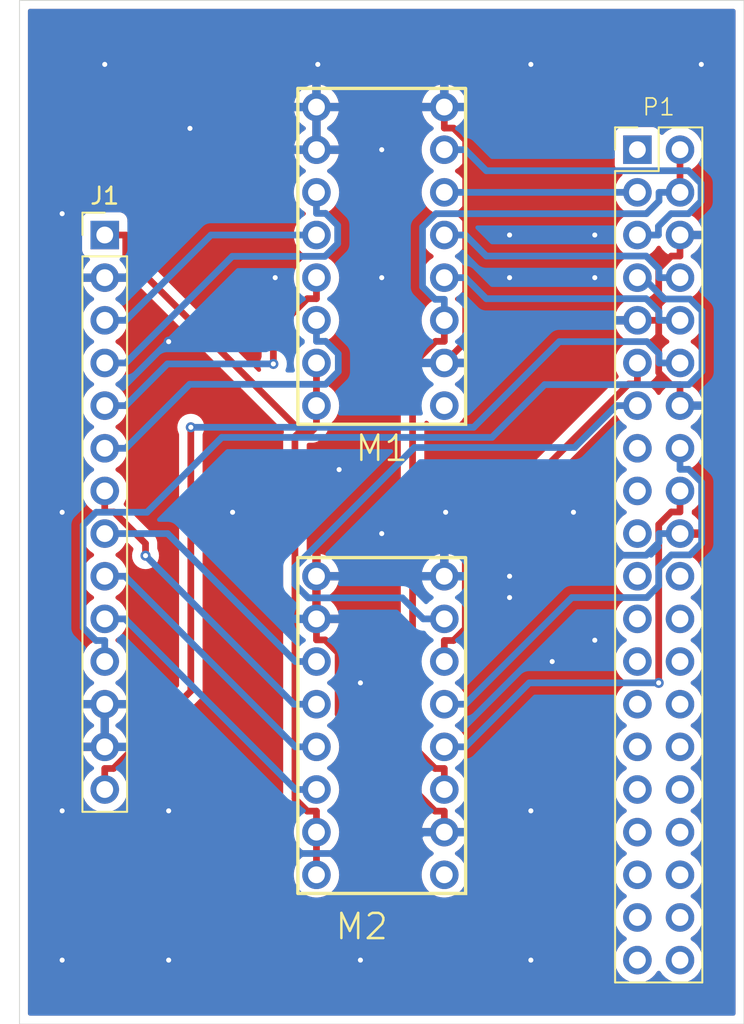
<source format=kicad_pcb>
(kicad_pcb (version 20240108) (generator "pcbnew") (generator_version "8.0")
  (layers (0 "F.Cu" signal) (31 "B.Cu" signal) (34 "B.Paste" user) (35 "F.Paste" user) (36 "B.SilkS" user "B.Silkscreen") (37 "F.SilkS" user "F.Silkscreen") (38 "B.Mask" user) (39 "F.Mask" user) (44 "Edge.Cuts" user))
  (net 0 "")
  (net 1 "MOTOR_SIGNAL1-1")
  (net 2 "FRONT_RIGHT_MOTOR-")
  (net 3 "GND")
  (net 4 "+5V")
  (net 5 "FRONT_LEFT_MOTOR-")
  (net 6 "+6V")
  (net 7 "MOTOR_SIGNAL1-2")
  (net 8 "FRONT_RIGHT_MOTOR+")
  (net 9 "MOTOR_SIGNAL2-2")
  (net 10 "MOTOR_SIGNAL2-1")
  (net 11 "FRONT_LEFT_MOTOR+")
  (net 12 "MOTOR_SIGNAL4-1")
  (net 13 "MOTOR_SIGNAL3-1")
  (net 14 "REAR_RIGHT_MOTOR+")
  (net 15 "REAR_RIGHT_MOTOR-")
  (net 16 "MOTOR_SIGNAL4-2")
  (net 17 "MOTOR_SIGNAL3-2")
  (net 18 "REAR_LEFT_MOTOR-")
  (net 19 "REAR_LEFT_MOTOR+")
  (net 20 "LED_SIGNAL1")
  (net 21 "LED_SIGNAL2")
  (footprint "test_footprint:Raspberry_Pi_4" (layer "F.Cu") (at 170.24 63.56)
    (property "Reference" "P1" (at 2.48 -1.33 0) (layer "F.SilkS") (effects (font (thickness 0.1))))
    (property "Value" "Raspberry_Pi_4_GPIO")
    (fp_line (start -0.12 -0.12) (end 1.21 -0.12) (stroke (width 0.12)) (layer "F.SilkS"))
    (fp_line (start -0.12 1.21) (end -0.12 -0.12) (stroke (width 0.12)) (layer "F.SilkS"))
    (fp_line (start -0.12 2.48) (end -0.12 50.8) (stroke (width 0.12)) (layer "F.SilkS"))
    (fp_line (start -0.12 2.48) (end 2.48 2.48) (stroke (width 0.12)) (layer "F.SilkS"))
    (fp_line (start -0.12 50.8) (end 5.08 50.8) (stroke (width 0.12)) (layer "F.SilkS"))
    (fp_line (start 2.48 -0.12) (end 5.08 -0.12) (stroke (width 0.12)) (layer "F.SilkS"))
    (fp_line (start 2.48 2.48) (end 2.48 -0.12) (stroke (width 0.12)) (layer "F.SilkS"))
    (fp_line (start 5.08 -0.12) (end 5.08 50.8) (stroke (width 0.12)) (layer "F.SilkS"))
    (pad "1" thru_hole rect (at 1.21 1.21) (size 1.7 1.7) (drill 1) (layers "*.Cu" "*.Mask"))
    (pad "2" thru_hole oval (at 3.75 1.21) (size 1.7 1.7) (drill 1) (layers "*.Cu" "*.Mask") (net 4 "+5V"))
    (pad "3" thru_hole oval (at 1.21 3.75) (size 1.7 1.7) (drill 1) (layers "*.Cu" "*.Mask") (net 1 "MOTOR_SIGNAL1-1"))
    (pad "4" thru_hole oval (at 3.75 3.75) (size 1.7 1.7) (drill 1) (layers "*.Cu" "*.Mask") (net 4 "+5V"))
    (pad "5" thru_hole oval (at 1.21 6.29) (size 1.7 1.7) (drill 1) (layers "*.Cu" "*.Mask") (net 7 "MOTOR_SIGNAL1-2"))
    (pad "6" thru_hole oval (at 3.75 6.29) (size 1.7 1.7) (drill 1) (layers "*.Cu" "*.Mask") (net 3 "GND"))
    (pad "7" thru_hole oval (at 1.21 8.83) (size 1.7 1.7) (drill 1) (layers "*.Cu" "*.Mask") (net 20 "LED_SIGNAL1"))
    (pad "8" thru_hole oval (at 3.75 8.83) (size 1.7 1.7) (drill 1) (layers "*.Cu" "*.Mask") (net 10 "MOTOR_SIGNAL2-1"))
    (pad "9" thru_hole oval (at 1.21 11.37) (size 1.7 1.7) (drill 1) (layers "*.Cu" "*.Mask") (net 3 "GND"))
    (pad "10" thru_hole oval (at 3.75 11.37) (size 1.7 1.7) (drill 1) (layers "*.Cu" "*.Mask") (net 9 "MOTOR_SIGNAL2-2"))
    (pad "11" thru_hole oval (at 1.21 13.91) (size 1.7 1.7) (drill 1) (layers "*.Cu" "*.Mask") (net 13 "MOTOR_SIGNAL3-1"))
    (pad "12" thru_hole oval (at 3.75 13.91) (size 1.7 1.7) (drill 1) (layers "*.Cu" "*.Mask") (net 21 "LED_SIGNAL2"))
    (pad "13" thru_hole oval (at 1.21 16.45) (size 1.7 1.7) (drill 1) (layers "*.Cu" "*.Mask") (net 17 "MOTOR_SIGNAL3-2"))
    (pad "14" thru_hole oval (at 3.75 16.45) (size 1.7 1.7) (drill 1) (layers "*.Cu" "*.Mask") (net 3 "GND"))
    (pad "15" thru_hole oval (at 1.21 18.99) (size 1.7 1.7) (drill 1) (layers "*.Cu" "*.Mask"))
    (pad "16" thru_hole oval (at 3.75 18.99) (size 1.7 1.7) (drill 1) (layers "*.Cu" "*.Mask") (net 12 "MOTOR_SIGNAL4-1"))
    (pad "17" thru_hole oval (at 1.21 21.53) (size 1.7 1.7) (drill 1) (layers "*.Cu" "*.Mask"))
    (pad "18" thru_hole oval (at 3.75 21.53) (size 1.7 1.7) (drill 1) (layers "*.Cu" "*.Mask") (net 16 "MOTOR_SIGNAL4-2"))
    (pad "19" thru_hole oval (at 1.21 24.07) (size 1.7 1.7) (drill 1) (layers "*.Cu" "*.Mask"))
    (pad "20" thru_hole oval (at 3.75 24.07) (size 1.7 1.7) (drill 1) (layers "*.Cu" "*.Mask") (net 3 "GND"))
    (pad "21" thru_hole oval (at 1.21 26.61) (size 1.7 1.7) (drill 1) (layers "*.Cu" "*.Mask"))
    (pad "22" thru_hole oval (at 3.75 26.61) (size 1.7 1.7) (drill 1) (layers "*.Cu" "*.Mask"))
    (pad "23" thru_hole oval (at 1.21 29.15) (size 1.7 1.7) (drill 1) (layers "*.Cu" "*.Mask"))
    (pad "24" thru_hole oval (at 3.75 29.15) (size 1.7 1.7) (drill 1) (layers "*.Cu" "*.Mask"))
    (pad "25" thru_hole oval (at 1.21 31.69) (size 1.7 1.7) (drill 1) (layers "*.Cu" "*.Mask"))
    (pad "26" thru_hole oval (at 3.75 31.69) (size 1.7 1.7) (drill 1) (layers "*.Cu" "*.Mask"))
    (pad "27" thru_hole oval (at 1.21 34.23) (size 1.7 1.7) (drill 1) (layers "*.Cu" "*.Mask"))
    (pad "28" thru_hole oval (at 3.75 34.23) (size 1.7 1.7) (drill 1) (layers "*.Cu" "*.Mask"))
    (pad "29" thru_hole oval (at 1.21 36.77) (size 1.7 1.7) (drill 1) (layers "*.Cu" "*.Mask"))
    (pad "30" thru_hole oval (at 3.75 36.77) (size 1.7 1.7) (drill 1) (layers "*.Cu" "*.Mask"))
    (pad "31" thru_hole oval (at 1.21 39.31) (size 1.7 1.7) (drill 1) (layers "*.Cu" "*.Mask"))
    (pad "32" thru_hole oval (at 3.75 39.31) (size 1.7 1.7) (drill 1) (layers "*.Cu" "*.Mask"))
    (pad "33" thru_hole oval (at 1.21 41.85) (size 1.7 1.7) (drill 1) (layers "*.Cu" "*.Mask"))
    (pad "34" thru_hole oval (at 3.75 41.85) (size 1.7 1.7) (drill 1) (layers "*.Cu" "*.Mask"))
    (pad "35" thru_hole oval (at 1.21 44.39) (size 1.7 1.7) (drill 1) (layers "*.Cu" "*.Mask"))
    (pad "36" thru_hole oval (at 3.75 44.39) (size 1.7 1.7) (drill 1) (layers "*.Cu" "*.Mask"))
    (pad "37" thru_hole oval (at 1.21 46.93) (size 1.7 1.7) (drill 1) (layers "*.Cu" "*.Mask"))
    (pad "38" thru_hole oval (at 3.75 46.93) (size 1.7 1.7) (drill 1) (layers "*.Cu" "*.Mask"))
    (pad "39" thru_hole oval (at 1.21 49.47) (size 1.7 1.7) (drill 1) (layers "*.Cu" "*.Mask"))
    (pad "40" thru_hole oval (at 3.75 49.47) (size 1.7 1.7) (drill 1) (layers "*.Cu" "*.Mask"))
  )
  (footprint "test_footprint:TC78H653FTG" (layer "F.Cu") (at 159.94 107.95 180)
    (property "Reference" "M2" (at 4.92 -3.08 0) (layer "F.SilkS") (effects (font (size 1.5 1.5))))
    (property "Value" "TC78H653FTG")
    (fp_rect (start -1.27 -1.11) (end 8.73 18.89) (stroke (width 0.2)) (fill none) (layer "F.SilkS"))
    (pad "1" thru_hole oval (at 0 0 180) (size 1.7 1.7) (drill 1) (layers "*.Cu" "*.Mask"))
    (pad "2" thru_hole oval (at 0 2.54 180) (size 1.7 1.7) (drill 1) (layers "*.Cu" "*.Mask") (net 3 "GND"))
    (pad "3" thru_hole oval (at 0 5.08 180) (size 1.7 1.7) (drill 1) (layers "*.Cu" "*.Mask") (net 4 "+5V"))
    (pad "4" thru_hole oval (at 0 7.62 180) (size 1.7 1.7) (drill 1) (layers "*.Cu" "*.Mask") (net 16 "MOTOR_SIGNAL4-2"))
    (pad "5" thru_hole oval (at 0 10.16 180) (size 1.7 1.7) (drill 1) (layers "*.Cu" "*.Mask") (net 12 "MOTOR_SIGNAL4-1"))
    (pad "6" thru_hole oval (at 0 12.7 180) (size 1.7 1.7) (drill 1) (layers "*.Cu" "*.Mask") (net 13 "MOTOR_SIGNAL3-1"))
    (pad "7" thru_hole oval (at 0 15.24 180) (size 1.7 1.7) (drill 1) (layers "*.Cu" "*.Mask") (net 17 "MOTOR_SIGNAL3-2"))
    (pad "8" thru_hole oval (at 0 17.78 180) (size 1.7 1.7) (drill 1) (layers "*.Cu" "*.Mask") (net 3 "GND"))
    (pad "9" thru_hole oval (at 7.62 17.78 180) (size 1.7 1.7) (drill 1) (layers "*.Cu" "*.Mask") (net 3 "GND"))
    (pad "10" thru_hole oval (at 7.62 15.24 180) (size 1.7 1.7) (drill 1) (layers "*.Cu" "*.Mask") (net 3 "GND"))
    (pad "11" thru_hole oval (at 7.62 12.7 180) (size 1.7 1.7) (drill 1) (layers "*.Cu" "*.Mask") (net 18 "REAR_LEFT_MOTOR-"))
    (pad "12" thru_hole oval (at 7.62 10.16 180) (size 1.7 1.7) (drill 1) (layers "*.Cu" "*.Mask") (net 19 "REAR_LEFT_MOTOR+"))
    (pad "13" thru_hole oval (at 7.62 7.62 180) (size 1.7 1.7) (drill 1) (layers "*.Cu" "*.Mask") (net 14 "REAR_RIGHT_MOTOR+"))
    (pad "14" thru_hole oval (at 7.62 5.08 180) (size 1.7 1.7) (drill 1) (layers "*.Cu" "*.Mask") (net 15 "REAR_RIGHT_MOTOR-"))
    (pad "15" thru_hole oval (at 7.62 2.54 180) (size 1.7 1.7) (drill 1) (layers "*.Cu" "*.Mask") (net 6 "+6V"))
    (pad "16" thru_hole oval (at 7.62 0 180) (size 1.7 1.7) (drill 1) (layers "*.Cu" "*.Mask") (net 6 "+6V"))
  )
  (footprint "test_footprint:TC78H653FTG" (layer "F.Cu") (at 159.94 80.01 180)
    (property "Reference" "M1" (at 3.73 -2.54 0) (layer "F.SilkS") (effects (font (size 1.5 1.5))))
    (property "Value" "TC78H653FTG")
    (fp_rect (start -1.27 -1.11) (end 8.73 18.89) (stroke (width 0.2)) (fill none) (layer "F.SilkS"))
    (pad "1" thru_hole oval (at 0 0 180) (size 1.7 1.7) (drill 1) (layers "*.Cu" "*.Mask"))
    (pad "2" thru_hole oval (at 0 2.54 180) (size 1.7 1.7) (drill 1) (layers "*.Cu" "*.Mask") (net 3 "GND"))
    (pad "3" thru_hole oval (at 0 5.08 180) (size 1.7 1.7) (drill 1) (layers "*.Cu" "*.Mask") (net 4 "+5V"))
    (pad "4" thru_hole oval (at 0 7.62 180) (size 1.7 1.7) (drill 1) (layers "*.Cu" "*.Mask") (net 9 "MOTOR_SIGNAL2-2"))
    (pad "5" thru_hole oval (at 0 10.16 180) (size 1.7 1.7) (drill 1) (layers "*.Cu" "*.Mask") (net 10 "MOTOR_SIGNAL2-1"))
    (pad "6" thru_hole oval (at 0 12.7 180) (size 1.7 1.7) (drill 1) (layers "*.Cu" "*.Mask") (net 1 "MOTOR_SIGNAL1-1"))
    (pad "7" thru_hole oval (at 0 15.24 180) (size 1.7 1.7) (drill 1) (layers "*.Cu" "*.Mask") (net 7 "MOTOR_SIGNAL1-2"))
    (pad "8" thru_hole oval (at 0 17.78 180) (size 1.7 1.7) (drill 1) (layers "*.Cu" "*.Mask") (net 3 "GND"))
    (pad "9" thru_hole oval (at 7.62 17.78 180) (size 1.7 1.7) (drill 1) (layers "*.Cu" "*.Mask") (net 3 "GND"))
    (pad "10" thru_hole oval (at 7.62 15.24 180) (size 1.7 1.7) (drill 1) (layers "*.Cu" "*.Mask") (net 3 "GND"))
    (pad "11" thru_hole oval (at 7.62 12.7 180) (size 1.7 1.7) (drill 1) (layers "*.Cu" "*.Mask") (net 5 "FRONT_LEFT_MOTOR-"))
    (pad "12" thru_hole oval (at 7.62 10.16 180) (size 1.7 1.7) (drill 1) (layers "*.Cu" "*.Mask") (net 11 "FRONT_LEFT_MOTOR+"))
    (pad "13" thru_hole oval (at 7.62 7.62 180) (size 1.7 1.7) (drill 1) (layers "*.Cu" "*.Mask") (net 8 "FRONT_RIGHT_MOTOR+"))
    (pad "14" thru_hole oval (at 7.62 5.08 180) (size 1.7 1.7) (drill 1) (layers "*.Cu" "*.Mask") (net 2 "FRONT_RIGHT_MOTOR-"))
    (pad "15" thru_hole oval (at 7.62 2.54 180) (size 1.7 1.7) (drill 1) (layers "*.Cu" "*.Mask") (net 6 "+6V"))
    (pad "16" thru_hole oval (at 7.62 0 180) (size 1.7 1.7) (drill 1) (layers "*.Cu" "*.Mask") (net 6 "+6V"))
  )
  (footprint "Connector_PinHeader_2.54mm:PinHeader_1x14_P2.54mm_Vertical" (layer "F.Cu") (at 139.7 69.85)
    (property "Reference" "J1" (at 0 -2.33 0) (layer "F.SilkS"))
    (property "Value" "Conn_01x14_Pin")
    (fp_line (start -1.33 -1.33) (end 0 -1.33) (stroke (width 0.12)) (layer "F.SilkS"))
    (fp_line (start -1.33 0) (end -1.33 -1.33) (stroke (width 0.12)) (layer "F.SilkS"))
    (fp_line (start -1.33 1.27) (end -1.33 34.35) (stroke (width 0.12)) (layer "F.SilkS"))
    (fp_line (start -1.33 1.27) (end 1.33 1.27) (stroke (width 0.12)) (layer "F.SilkS"))
    (fp_line (start -1.33 34.35) (end 1.33 34.35) (stroke (width 0.12)) (layer "F.SilkS"))
    (fp_line (start 1.33 1.27) (end 1.33 34.35) (stroke (width 0.12)) (layer "F.SilkS"))
    (pad "1" thru_hole rect (at 0 0) (size 1.7 1.7) (drill 1) (layers "*.Cu" "*.Mask") (net 6 "+6V"))
    (pad "2" thru_hole oval (at 0 2.54) (size 1.7 1.7) (drill 1) (layers "*.Cu" "*.Mask") (net 3 "GND"))
    (pad "3" thru_hole oval (at 0 5.08) (size 1.7 1.7) (drill 1) (layers "*.Cu" "*.Mask") (net 11 "FRONT_LEFT_MOTOR+"))
    (pad "4" thru_hole oval (at 0 7.62) (size 1.7 1.7) (drill 1) (layers "*.Cu" "*.Mask") (net 5 "FRONT_LEFT_MOTOR-"))
    (pad "5" thru_hole oval (at 0 10.16) (size 1.7 1.7) (drill 1) (layers "*.Cu" "*.Mask") (net 8 "FRONT_RIGHT_MOTOR+"))
    (pad "6" thru_hole oval (at 0 12.7) (size 1.7 1.7) (drill 1) (layers "*.Cu" "*.Mask") (net 2 "FRONT_RIGHT_MOTOR-"))
    (pad "7" thru_hole oval (at 0 15.24) (size 1.7 1.7) (drill 1) (layers "*.Cu" "*.Mask") (net 19 "REAR_LEFT_MOTOR+"))
    (pad "8" thru_hole oval (at 0 17.78) (size 1.7 1.7) (drill 1) (layers "*.Cu" "*.Mask") (net 18 "REAR_LEFT_MOTOR-"))
    (pad "9" thru_hole oval (at 0 20.32) (size 1.7 1.7) (drill 1) (layers "*.Cu" "*.Mask") (net 14 "REAR_RIGHT_MOTOR+"))
    (pad "10" thru_hole oval (at 0 22.86) (size 1.7 1.7) (drill 1) (layers "*.Cu" "*.Mask") (net 15 "REAR_RIGHT_MOTOR-"))
    (pad "11" thru_hole oval (at 0 25.4) (size 1.7 1.7) (drill 1) (layers "*.Cu" "*.Mask") (net 20 "LED_SIGNAL1"))
    (pad "12" thru_hole oval (at 0 27.94) (size 1.7 1.7) (drill 1) (layers "*.Cu" "*.Mask") (net 3 "GND"))
    (pad "13" thru_hole oval (at 0 30.48) (size 1.7 1.7) (drill 1) (layers "*.Cu" "*.Mask") (net 3 "GND"))
    (pad "14" thru_hole oval (at 0 33.02) (size 1.7 1.7) (drill 1) (layers "*.Cu" "*.Mask") (net 21 "LED_SIGNAL2"))
  )
  (gr_rect (start 134.62 55.88) (end 177.8 116.84) (stroke (width 0.05)) (fill none) (layer "Edge.Cuts"))
  (segment (start 159.94 67.31) (end 171.45 67.31) (width 0.4) (layer "B.Cu") (net 1))
  (segment (start 139.7 82.55) (end 140.9517 82.55) (width 0.4) (layer "B.Cu") (net 2))
  (segment (start 153.6197 77.9832) (end 152.863 78.7399) (width 0.4) (layer "B.Cu") (net 2))
  (segment (start 152.8676 76.1817) (end 153.6197 76.9338) (width 0.4) (layer "B.Cu") (net 2))
  (segment (start 144.7618 78.7399) (end 140.9517 82.55) (width 0.4) (layer "B.Cu") (net 2))
  (segment (start 152.32 74.93) (end 152.32 76.1817) (width 0.4) (layer "B.Cu") (net 2))
  (segment (start 152.32 76.1817) (end 152.8676 76.1817) (width 0.4) (layer "B.Cu") (net 2))
  (segment (start 153.6197 76.9338) (end 153.6197 77.9832) (width 0.4) (layer "B.Cu") (net 2))
  (segment (start 152.863 78.7399) (end 144.7618 78.7399) (width 0.4) (layer "B.Cu") (net 2))
  (segment (start 139.7 100.33) (end 139.7 97.79) (width 0.4) (layer "F.Cu") (net 3))
  (segment (start 159.94 104.1583) (end 159.3924 104.1583) (width 0.4) (layer "F.Cu") (net 3))
  (segment (start 172.72 76.1817) (end 172.72 74.93) (width 0.4) (layer "F.Cu") (net 3))
  (segment (start 152.32 92.71) (end 152.32 93.9617) (width 0.4) (layer "F.Cu") (net 3))
  (segment (start 172.72 71.853) (end 173.4713 71.1017) (width 0.4) (layer "F.Cu") (net 3))
  (segment (start 159.3924 104.1583) (end 153.6098 98.3757) (width 0.4) (layer "F.Cu") (net 3))
  (segment (start 173.99 78.7583) (end 173.4423 78.7583) (width 0.4) (layer "F.Cu") (net 3))
  (segment (start 153.6098 98.3757) (end 153.6098 94.7328) (width 0.4) (layer "F.Cu") (net 3))
  (segment (start 160.4876 63.4817) (end 161.2139 64.208) (width 0.4) (layer "F.Cu") (net 3))
  (segment (start 173.99 80.01) (end 173.99 78.7583) (width 0.4) (layer "F.Cu") (net 3))
  (segment (start 159.94 62.23) (end 159.94 63.4817) (width 0.4) (layer "F.Cu") (net 3))
  (segment (start 172.72 74.93) (end 171.45 74.93) (width 0.4) (layer "F.Cu") (net 3))
  (segment (start 172.72 78.036) (end 172.72 76.1817) (width 0.4) (layer "F.Cu") (net 3))
  (segment (start 152.8387 93.9617) (end 152.32 93.9617) (width 0.4) (layer "F.Cu") (net 3))
  (segment (start 159.94 105.41) (end 159.94 104.1583) (width 0.4) (layer "F.Cu") (net 3))
  (segment (start 152.32 64.77) (end 152.32 62.23) (width 0.4) (layer "F.Cu") (net 3))
  (segment (start 172.72 74.93) (end 172.72 71.853) (width 0.4) (layer "F.Cu") (net 3))
  (segment (start 161.2139 64.208) (end 161.2139 76.1961) (width 0.4) (layer "F.Cu") (net 3))
  (segment (start 173.99 69.85) (end 173.99 71.1017) (width 0.4) (layer "F.Cu") (net 3))
  (segment (start 159.94 63.4817) (end 160.4876 63.4817) (width 0.4) (layer "F.Cu") (net 3))
  (segment (start 173.4423 78.7583) (end 172.72 78.036) (width 0.4) (layer "F.Cu") (net 3))
  (segment (start 153.6098 94.7328) (end 152.8387 93.9617) (width 0.4) (layer "F.Cu") (net 3))
  (segment (start 161.2139 76.1961) (end 159.94 77.47) (width 0.4) (layer "F.Cu") (net 3))
  (segment (start 152.32 92.71) (end 152.32 90.17) (width 0.4) (layer "F.Cu") (net 3))
  (segment (start 173.4713 71.1017) (end 173.99 71.1017) (width 0.4) (layer "F.Cu") (net 3))
  (via (at 139.7 59.69) (size 0.6) (drill 0.3) (layers "F.Cu" "B.Cu") (net 3))
  (via (at 167.64 86.36) (size 0.6) (drill 0.3) (layers "F.Cu" "B.Cu") (net 3))
  (via (at 143.51 104.14) (size 0.6) (drill 0.3) (layers "F.Cu" "B.Cu") (net 3))
  (via (at 175.26 59.69) (size 0.6) (drill 0.3) (layers "F.Cu" "B.Cu") (net 3))
  (via (at 168.91 72.39) (size 0.6) (drill 0.3) (layers "F.Cu" "B.Cu") (net 3))
  (via (at 163.83 90.17) (size 0.6) (drill 0.3) (layers "F.Cu" "B.Cu") (net 3))
  (via (at 168.91 69.85) (size 0.6) (drill 0.3) (layers "F.Cu" "B.Cu") (net 3))
  (via (at 137.16 113.03) (size 0.6) (drill 0.3) (layers "F.Cu" "B.Cu") (net 3))
  (via (at 154.94 96.52) (size 0.6) (drill 0.3) (layers "F.Cu" "B.Cu") (net 3))
  (via (at 165.1 59.69) (size 0.6) (drill 0.3) (layers "F.Cu" "B.Cu") (net 3))
  (via (at 147.32 86.36) (size 0.6) (drill 0.3) (layers "F.Cu" "B.Cu") (net 3))
  (via (at 149.86 72.39) (size 0.6) (drill 0.3) (layers "F.Cu" "B.Cu") (net 3))
  (via (at 154.94 113.03) (size 0.6) (drill 0.3) (layers "F.Cu" "B.Cu") (net 3))
  (via (at 156.21 64.77) (size 0.6) (drill 0.3) (layers "F.Cu" "B.Cu") (net 3))
  (via (at 137.16 86.36) (size 0.6) (drill 0.3) (layers "F.Cu" "B.Cu") (net 3))
  (via (at 163.83 91.44) (size 0.6) (drill 0.3) (layers "F.Cu" "B.Cu") (net 3))
  (via (at 168.91 93.98) (size 0.6) (drill 0.3) (layers "F.Cu" "B.Cu") (net 3))
  (via (at 165.1 113.03) (size 0.6) (drill 0.3) (layers "F.Cu" "B.Cu") (net 3))
  (via (at 163.83 72.39) (size 0.6) (drill 0.3) (layers "F.Cu" "B.Cu") (net 3))
  (via (at 163.83 69.85) (size 0.6) (drill 0.3) (layers "F.Cu" "B.Cu") (net 3))
  (via (at 137.16 104.14) (size 0.6) (drill 0.3) (layers "F.Cu" "B.Cu") (net 3))
  (via (at 165.1 104.14) (size 0.6) (drill 0.3) (layers "F.Cu" "B.Cu") (net 3))
  (via (at 153.67 83.82) (size 0.6) (drill 0.3) (layers "F.Cu" "B.Cu") (net 3))
  (via (at 143.51 76.2) (size 0.6) (drill 0.3) (layers "F.Cu" "B.Cu") (net 3))
  (via (at 160.02 86.36) (size 0.6) (drill 0.3) (layers "F.Cu" "B.Cu") (net 3))
  (via (at 137.16 68.58) (size 0.6) (drill 0.3) (layers "F.Cu" "B.Cu") (net 3))
  (via (at 156.21 87.63) (size 0.6) (drill 0.3) (layers "F.Cu" "B.Cu") (net 3))
  (via (at 156.21 72.39) (size 0.6) (drill 0.3) (layers "F.Cu" "B.Cu") (net 3))
  (via (at 143.51 113.03) (size 0.6) (drill 0.3) (layers "F.Cu" "B.Cu") (net 3))
  (via (at 144.78 63.5) (size 0.6) (drill 0.3) (layers "F.Cu" "B.Cu") (net 3))
  (via (at 152.4 59.69) (size 0.6) (drill 0.3) (layers "F.Cu" "B.Cu") (net 3))
  (via (at 166.37 95.25) (size 0.6) (drill 0.3) (layers "F.Cu" "B.Cu") (net 3))
  (segment (start 163.7317 74.93) (end 171.45 74.93) (width 0.4) (layer "B.Cu") (net 3))
  (segment (start 159.94 90.17) (end 161.1917 90.17) (width 0.4) (layer "B.Cu") (net 3))
  (segment (start 147.3017 106.68) (end 140.9517 100.33) (width 0.4) (layer "B.Cu") (net 3))
  (segment (start 159.94 105.41) (end 158.6883 105.41) (width 0.4) (layer "B.Cu") (net 3))
  (segment (start 173.99 87.63) (end 172.7383 87.63) (width 0.4) (layer "B.Cu") (net 3))
  (segment (start 148.5717 64.77) (end 140.9517 72.39) (width 0.4) (layer "B.Cu") (net 3))
  (segment (start 161.1917 90.17) (end 162.4434 88.9183) (width 0.4) (layer "B.Cu") (net 3))
  (segment (start 139.7 100.33) (end 140.9517 100.33) (width 0.4) (layer "B.Cu") (net 3))
  (segment (start 171.9687 88.9183) (end 172.7383 88.1487) (width 0.4) (layer "B.Cu") (net 3))
  (segment (start 172.7383 88.1487) (end 172.7383 87.63) (width 0.4) (layer "B.Cu") (net 3))
  (segment (start 139.7 72.39) (end 140.9517 72.39) (width 0.4) (layer "B.Cu") (net 3))
  (segment (start 159.94 77.47) (end 161.1917 77.47) (width 0.4) (layer "B.Cu") (net 3))
  (segment (start 161.1917 77.47) (end 163.7317 74.93) (width 0.4) (layer "B.Cu") (net 3))
  (segment (start 152.32 64.77) (end 148.5717 64.77) (width 0.4) (layer "B.Cu") (net 3))
  (segment (start 162.4434 88.9183) (end 171.9687 88.9183) (width 0.4) (layer "B.Cu") (net 3))
  (segment (start 152.32 62.23) (end 159.94 62.23) (width 0.4) (layer "B.Cu") (net 3))
  (segment (start 152.32 90.17) (end 159.94 90.17) (width 0.4) (layer "B.Cu") (net 3))
  (segment (start 158.6883 105.41) (end 157.4183 106.68) (width 0.4) (layer "B.Cu") (net 3))
  (segment (start 157.4183 106.68) (end 147.3017 106.68) (width 0.4) (layer "B.Cu") (net 3))
  (segment (start 173.99 67.31) (end 173.99 64.77) (width 0.4) (layer "F.Cu") (net 4))
  (segment (start 159.3924 101.6183) (end 159.94 101.6183) (width 0.4) (layer "F.Cu") (net 4))
  (segment (start 158.0485 77.5545) (end 158.0485 100.2744) (width 0.4) (layer "F.Cu") (net 4))
  (segment (start 159.94 76.1817) (end 159.4213 76.1817) (width 0.4) (layer "F.Cu") (net 4))
  (segment (start 159.4213 76.1817) (end 158.0485 77.5545) (width 0.4) (layer "F.Cu") (net 4))
  (segment (start 158.0485 100.2744) (end 159.3924 101.6183) (width 0.4) (layer "F.Cu") (net 4))
  (segment (start 159.94 74.93) (end 159.94 76.1817) (width 0.4) (layer "F.Cu") (net 4))
  (segment (start 159.94 102.87) (end 159.94 101.6183) (width 0.4) (layer "F.Cu") (net 4))
  (segment (start 172.7383 67.31) (end 172.7383 67.8287) (width 0.4) (layer "B.Cu") (net 4))
  (segment (start 173.99 67.31) (end 172.7383 67.31) (width 0.4) (layer "B.Cu") (net 4))
  (segment (start 172.7383 67.8287) (end 171.987 68.58) (width 0.4) (layer "B.Cu") (net 4))
  (segment (start 158.6418 69.3758) (end 158.6418 72.9277) (width 0.4) (layer "B.Cu") (net 4))
  (segment (start 159.94 74.93) (end 159.94 73.6783) (width 0.4) (layer "B.Cu") (net 4))
  (segment (start 159.4376 68.58) (end 158.6418 69.3758) (width 0.4) (layer "B.Cu") (net 4))
  (segment (start 171.987 68.58) (end 159.4376 68.58) (width 0.4) (layer "B.Cu") (net 4))
  (segment (start 158.6418 72.9277) (end 159.3924 73.6783) (width 0.4) (layer "B.Cu") (net 4))
  (segment (start 159.3924 73.6783) (end 159.94 73.6783) (width 0.4) (layer "B.Cu") (net 4))
  (segment (start 139.7 77.47) (end 140.9517 77.47) (width 0.4) (layer "B.Cu") (net 5))
  (segment (start 152.8288 71.12) (end 147.3017 71.12) (width 0.4) (layer "B.Cu") (net 5))
  (segment (start 152.32 67.31) (end 152.32 68.5617) (width 0.4) (layer "B.Cu") (net 5))
  (segment (start 153.5833 70.3655) (end 152.8288 71.12) (width 0.4) (layer "B.Cu") (net 5))
  (segment (start 152.8676 68.5617) (end 153.5833 69.2774) (width 0.4) (layer "B.Cu") (net 5))
  (segment (start 147.3017 71.12) (end 140.9517 77.47) (width 0.4) (layer "B.Cu") (net 5))
  (segment (start 153.5833 69.2774) (end 153.5833 70.3655) (width 0.4) (layer "B.Cu") (net 5))
  (segment (start 152.32 68.5617) (end 152.8676 68.5617) (width 0.4) (layer "B.Cu") (net 5))
  (segment (start 151.37 81.52) (end 152.0617 81.52) (width 0.4) (layer "F.Cu") (net 6))
  (segment (start 139.7 69.85) (end 140.9517 69.85) (width 0.4) (layer "F.Cu") (net 6))
  (segment (start 151.0367 103.4226) (end 151.7724 104.1583) (width 0.4) (layer "F.Cu") (net 6))
  (segment (start 152.32 80.01) (end 152.32 81.2617) (width 0.4) (layer "F.Cu") (net 6))
  (segment (start 151.7724 104.1583) (end 152.32 104.1583) (width 0.4) (layer "F.Cu") (net 6))
  (segment (start 151.37 81.52) (end 151.0367 81.8533) (width 0.4) (layer "F.Cu") (net 6))
  (segment (start 140.9517 69.85) (end 140.9517 71.1017) (width 0.4) (layer "F.Cu") (net 6))
  (segment (start 152.0617 81.52) (end 152.32 81.2617) (width 0.4) (layer "F.Cu") (net 6))
  (segment (start 152.32 107.95) (end 152.32 105.41) (width 0.4) (layer "F.Cu") (net 6))
  (segment (start 152.32 80.01) (end 152.32 77.47) (width 0.4) (layer "F.Cu") (net 6))
  (segment (start 152.32 105.41) (end 152.32 104.1583) (width 0.4) (layer "F.Cu") (net 6))
  (segment (start 151.0367 81.8533) (end 151.0367 103.4226) (width 0.4) (layer "F.Cu") (net 6))
  (segment (start 140.9517 71.1017) (end 151.37 81.52) (width 0.4) (layer "F.Cu") (net 6))
  (segment (start 161.1917 64.77) (end 162.4434 66.0217) (width 0.4) (layer "B.Cu") (net 7))
  (segment (start 162.4434 66.0217) (end 174.4896 66.0217) (width 0.4) (layer "B.Cu") (net 7))
  (segment (start 159.94 64.77) (end 161.1917 64.77) (width 0.4) (layer "B.Cu") (net 7))
  (segment (start 174.4896 66.0217) (end 175.2439 66.776) (width 0.4) (layer "B.Cu") (net 7))
  (segment (start 173.453 68.58) (end 172.7017 69.3313) (width 0.4) (layer "B.Cu") (net 7))
  (segment (start 172.7017 69.3313) (end 172.7017 69.85) (width 0.4) (layer "B.Cu") (net 7))
  (segment (start 171.45 69.85) (end 172.7017 69.85) (width 0.4) (layer "B.Cu") (net 7))
  (segment (start 175.2439 67.8375) (end 174.5014 68.58) (width 0.4) (layer "B.Cu") (net 7))
  (segment (start 175.2439 66.776) (end 175.2439 67.8375) (width 0.4) (layer "B.Cu") (net 7))
  (segment (start 174.5014 68.58) (end 173.453 68.58) (width 0.4) (layer "B.Cu") (net 7))
  (segment (start 151.7724 73.6417) (end 149.7509 75.6632) (width 0.4) (layer "F.Cu") (net 8))
  (segment (start 152.32 72.39) (end 152.32 73.6417) (width 0.4) (layer "F.Cu") (net 8))
  (segment (start 152.32 73.6417) (end 151.7724 73.6417) (width 0.4) (layer "F.Cu") (net 8))
  (segment (start 149.7509 75.6632) (end 149.7509 77.5264) (width 0.4) (layer "F.Cu") (net 8))
  (via (at 149.7509 77.5264) (size 0.6) (drill 0.3) (layers "F.Cu" "B.Cu") (net 8))
  (segment (start 143.4353 77.5264) (end 140.9517 80.01) (width 0.4) (layer "B.Cu") (net 8))
  (segment (start 149.7509 77.5264) (end 143.4353 77.5264) (width 0.4) (layer "B.Cu") (net 8))
  (segment (start 139.7 80.01) (end 140.9517 80.01) (width 0.4) (layer "B.Cu") (net 8))
  (segment (start 171.9687 73.6417) (end 172.7383 74.4113) (width 0.4) (layer "B.Cu") (net 9))
  (segment (start 162.4434 73.6417) (end 171.9687 73.6417) (width 0.4) (layer "B.Cu") (net 9))
  (segment (start 159.94 72.39) (end 161.1917 72.39) (width 0.4) (layer "B.Cu") (net 9))
  (segment (start 172.7383 74.4113) (end 172.7383 74.93) (width 0.4) (layer "B.Cu") (net 9))
  (segment (start 173.99 74.93) (end 172.7383 74.93) (width 0.4) (layer "B.Cu") (net 9))
  (segment (start 161.1917 72.39) (end 162.4434 73.6417) (width 0.4) (layer "B.Cu") (net 9))
  (segment (start 172.7383 71.8713) (end 172.7383 72.39) (width 0.4) (layer "B.Cu") (net 10))
  (segment (start 159.94 69.85) (end 161.1917 69.85) (width 0.4) (layer "B.Cu") (net 10))
  (segment (start 161.1917 69.85) (end 162.4434 71.1017) (width 0.4) (layer "B.Cu") (net 10))
  (segment (start 162.4434 71.1017) (end 171.9687 71.1017) (width 0.4) (layer "B.Cu") (net 10))
  (segment (start 171.9687 71.1017) (end 172.7383 71.8713) (width 0.4) (layer "B.Cu") (net 10))
  (segment (start 173.99 72.39) (end 172.7383 72.39) (width 0.4) (layer "B.Cu") (net 10))
  (segment (start 146.0317 69.85) (end 140.9517 74.93) (width 0.4) (layer "B.Cu") (net 11))
  (segment (start 139.7 74.93) (end 140.9517 74.93) (width 0.4) (layer "B.Cu") (net 11))
  (segment (start 152.32 69.85) (end 146.0317 69.85) (width 0.4) (layer "B.Cu") (net 11))
  (segment (start 159.94 97.79) (end 161.1917 97.79) (width 0.4) (layer "B.Cu") (net 12))
  (segment (start 172.0124 91.44) (end 172.7192 90.7332) (width 0.4) (layer "B.Cu") (net 12))
  (segment (start 173.99 82.55) (end 173.99 83.8017) (width 0.4) (layer "B.Cu") (net 12))
  (segment (start 175.2798 88.2028) (end 175.2798 84.5728) (width 0.4) (layer "B.Cu") (net 12))
  (segment (start 167.5417 91.44) (end 172.0124 91.44) (width 0.4) (layer "B.Cu") (net 12))
  (segment (start 172.7192 90.7332) (end 172.7192 89.6587) (width 0.4) (layer "B.Cu") (net 12))
  (segment (start 175.2798 84.5728) (end 174.5087 83.8017) (width 0.4) (layer "B.Cu") (net 12))
  (segment (start 174.5087 83.8017) (end 173.99 83.8017) (width 0.4) (layer "B.Cu") (net 12))
  (segment (start 173.4779 88.9) (end 174.5826 88.9) (width 0.4) (layer "B.Cu") (net 12))
  (segment (start 161.1917 97.79) (end 167.5417 91.44) (width 0.4) (layer "B.Cu") (net 12))
  (segment (start 172.7192 89.6587) (end 173.4779 88.9) (width 0.4) (layer "B.Cu") (net 12))
  (segment (start 174.5826 88.9) (end 175.2798 88.2028) (width 0.4) (layer "B.Cu") (net 12))
  (segment (start 171.45 77.47) (end 171.45 78.7217) (width 0.4) (layer "F.Cu") (net 13))
  (segment (start 160.4877 93.9983) (end 161.1917 93.2943) (width 0.4) (layer "F.Cu") (net 13))
  (segment (start 159.94 93.9983) (end 160.4877 93.9983) (width 0.4) (layer "F.Cu") (net 13))
  (segment (start 159.94 95.25) (end 159.94 93.9983) (width 0.4) (layer "F.Cu") (net 13))
  (segment (start 161.1917 93.2943) (end 161.1917 88.4613) (width 0.4) (layer "F.Cu") (net 13))
  (segment (start 170.9313 78.7217) (end 171.45 78.7217) (width 0.4) (layer "F.Cu") (net 13))
  (segment (start 161.1917 88.4613) (end 170.9313 78.7217) (width 0.4) (layer "F.Cu") (net 13))
  (segment (start 151.0683 100.33) (end 140.9517 90.2134) (width 0.4) (layer "B.Cu") (net 14))
  (segment (start 139.7 90.17) (end 140.9517 90.17) (width 0.4) (layer "B.Cu") (net 14))
  (segment (start 140.9517 90.2134) (end 140.9517 90.17) (width 0.4) (layer "B.Cu") (net 14))
  (segment (start 152.32 100.33) (end 151.0683 100.33) (width 0.4) (layer "B.Cu") (net 14))
  (segment (start 139.7 92.71) (end 140.9517 92.71) (width 0.4) (layer "B.Cu") (net 15))
  (segment (start 151.0683 102.87) (end 140.9517 92.7534) (width 0.4) (layer "B.Cu") (net 15))
  (segment (start 152.32 102.87) (end 151.0683 102.87) (width 0.4) (layer "B.Cu") (net 15))
  (segment (start 140.9517 92.7534) (end 140.9517 92.71) (width 0.4) (layer "B.Cu") (net 15))
  (segment (start 173.99 86.3417) (end 173.4713 86.3417) (width 0.4) (layer "F.Cu") (net 16))
  (segment (start 173.99 85.09) (end 173.99 86.3417) (width 0.4) (layer "F.Cu") (net 16))
  (segment (start 172.72 87.093) (end 172.72 96.5201) (width 0.4) (layer "F.Cu") (net 16))
  (segment (start 173.4713 86.3417) (end 172.72 87.093) (width 0.4) (layer "F.Cu") (net 16))
  (via (at 172.72 96.5201) (size 0.6) (drill 0.3) (layers "F.Cu" "B.Cu") (net 16))
  (segment (start 161.1917 100.33) (end 165.0016 96.5201) (width 0.4) (layer "B.Cu") (net 16))
  (segment (start 165.0016 96.5201) (end 172.72 96.5201) (width 0.4) (layer "B.Cu") (net 16))
  (segment (start 159.94 100.33) (end 161.1917 100.33) (width 0.4) (layer "B.Cu") (net 16))
  (segment (start 151.0371 89.6213) (end 158.1552 82.5032) (width 0.4) (layer "B.Cu") (net 17))
  (segment (start 159.94 92.71) (end 158.6883 92.71) (width 0.4) (layer "B.Cu") (net 17))
  (segment (start 158.6883 92.71) (end 157.4366 91.4583) (width 0.4) (layer "B.Cu") (net 17))
  (segment (start 167.7051 82.5032) (end 170.1983 80.01) (width 0.4) (layer "B.Cu") (net 17))
  (segment (start 158.1552 82.5032) (end 167.7051 82.5032) (width 0.4) (layer "B.Cu") (net 17))
  (segment (start 151.0371 90.6614) (end 151.0371 89.6213) (width 0.4) (layer "B.Cu") (net 17))
  (segment (start 171.45 80.01) (end 170.1983 80.01) (width 0.4) (layer "B.Cu") (net 17))
  (segment (start 157.4366 91.4583) (end 151.834 91.4583) (width 0.4) (layer "B.Cu") (net 17))
  (segment (start 151.834 91.4583) (end 151.0371 90.6614) (width 0.4) (layer "B.Cu") (net 17))
  (segment (start 143.4483 87.63) (end 139.7 87.63) (width 0.4) (layer "B.Cu") (net 18))
  (segment (start 152.32 95.25) (end 151.0683 95.25) (width 0.4) (layer "B.Cu") (net 18))
  (segment (start 151.0683 95.25) (end 143.4483 87.63) (width 0.4) (layer "B.Cu") (net 18))
  (segment (start 139.7 85.09) (end 139.7 86.3417) (width 0.4) (layer "F.Cu") (net 19))
  (segment (start 140.2476 86.3417) (end 142.1299 88.224) (width 0.4) (layer "F.Cu") (net 19))
  (segment (start 142.1299 88.224) (end 142.1299 88.9439) (width 0.4) (layer "F.Cu") (net 19))
  (segment (start 139.7 86.3417) (end 140.2476 86.3417) (width 0.4) (layer "F.Cu") (net 19))
  (via (at 142.1299 88.9439) (size 0.6) (drill 0.3) (layers "F.Cu" "B.Cu") (net 19))
  (segment (start 142.1299 88.9439) (end 150.976 97.79) (width 0.4) (layer "B.Cu") (net 19))
  (segment (start 150.976 97.79) (end 152.32 97.79) (width 0.4) (layer "B.Cu") (net 19))
  (segment (start 165.921 78.7583) (end 162.7778 81.9015) (width 0.4) (layer "B.Cu") (net 20))
  (segment (start 171.7898 72.39) (end 173.0598 73.66) (width 0.4) (layer "B.Cu") (net 20))
  (segment (start 174.5177 78.7583) (end 165.921 78.7583) (width 0.4) (layer "B.Cu") (net 20))
  (segment (start 139.7 95.25) (end 139.7 93.9983) (width 0.4) (layer "B.Cu") (net 20))
  (segment (start 139.1843 86.36) (end 138.4102 87.1341) (width 0.4) (layer "B.Cu") (net 20))
  (segment (start 162.7778 81.9015) (end 146.6763 81.9015) (width 0.4) (layer "B.Cu") (net 20))
  (segment (start 175.2998 77.9762) (end 174.5177 78.7583) (width 0.4) (layer "B.Cu") (net 20))
  (segment (start 171.45 72.39) (end 171.7898 72.39) (width 0.4) (layer "B.Cu") (net 20))
  (segment (start 139.1813 93.9983) (end 139.7 93.9983) (width 0.4) (layer "B.Cu") (net 20))
  (segment (start 146.6763 81.9015) (end 142.2178 86.36) (width 0.4) (layer "B.Cu") (net 20))
  (segment (start 138.4102 93.2272) (end 139.1813 93.9983) (width 0.4) (layer "B.Cu") (net 20))
  (segment (start 142.2178 86.36) (end 139.1843 86.36) (width 0.4) (layer "B.Cu") (net 20))
  (segment (start 173.0598 73.66) (end 174.5826 73.66) (width 0.4) (layer "B.Cu") (net 20))
  (segment (start 174.5826 73.66) (end 175.2998 74.3772) (width 0.4) (layer "B.Cu") (net 20))
  (segment (start 175.2998 74.3772) (end 175.2998 77.9762) (width 0.4) (layer "B.Cu") (net 20))
  (segment (start 138.4102 87.1341) (end 138.4102 93.2272) (width 0.4) (layer "B.Cu") (net 20))
  (segment (start 139.7 101.6183) (end 140.2187 101.6183) (width 0.4) (layer "F.Cu") (net 21))
  (segment (start 139.7 102.87) (end 139.7 101.6183) (width 0.4) (layer "F.Cu") (net 21))
  (segment (start 144.8307 97.0063) (end 144.8307 81.2997) (width 0.4) (layer "F.Cu") (net 21))
  (segment (start 140.2187 101.6183) (end 144.8307 97.0063) (width 0.4) (layer "F.Cu") (net 21))
  (via (at 144.8307 81.2997) (size 0.6) (drill 0.3) (layers "F.Cu" "B.Cu") (net 21))
  (segment (start 172.7383 77.47) (end 172.7383 76.9224) (width 0.4) (layer "B.Cu") (net 21))
  (segment (start 172.0159 76.2) (end 166.7938 76.2) (width 0.4) (layer "B.Cu") (net 21))
  (segment (start 166.7938 76.2) (end 161.6941 81.2997) (width 0.4) (layer "B.Cu") (net 21))
  (segment (start 173.99 77.47) (end 172.7383 77.47) (width 0.4) (layer "B.Cu") (net 21))
  (segment (start 161.6941 81.2997) (end 144.8307 81.2997) (width 0.4) (layer "B.Cu") (net 21))
  (segment (start 172.7383 76.9224) (end 172.0159 76.2) (width 0.4) (layer "B.Cu") (net 21))
  (zone (net 0) (net_name "") (layer "F.Cu") (connect_pads (clearance 0)) (min_thickness 0.25)
    (keepout (tracks allowed) (vias allowed) (pads allowed) (copperpour not_allowed) (footprints allowed))
    (fill (thermal_gap 0.5) (thermal_bridge_width 0.5))
    (polygon (pts (xy 158.75 78.232) (xy 158.75 78.994) (xy 159.258 78.486)))
  )
  (zone (net 3) (net_name "GND") (layers "F&B.Cu") (connect_pads (clearance 0.5)) (min_thickness 0.25) (fill yes (thermal_gap 0.5) (thermal_bridge_width 0.5))
    (polygon (pts (xy 134.62 55.88) (xy 134.62 116.84) (xy 177.8 116.84) (xy 177.8 55.88)))
  )
)
</source>
